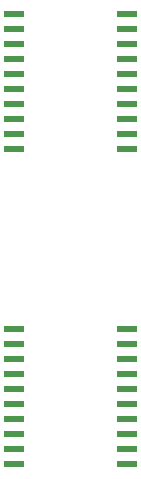
<source format=gbp>
G04 #@! TF.GenerationSoftware,KiCad,Pcbnew,8.0.1*
G04 #@! TF.CreationDate,2024-03-30T15:42:24-03:00*
G04 #@! TF.ProjectId,Sombrero_MSX_Goa'uld,536f6d62-7265-4726-9f5f-4d53585f476f,rev?*
G04 #@! TF.SameCoordinates,Original*
G04 #@! TF.FileFunction,Paste,Bot*
G04 #@! TF.FilePolarity,Positive*
%FSLAX46Y46*%
G04 Gerber Fmt 4.6, Leading zero omitted, Abs format (unit mm)*
G04 Created by KiCad (PCBNEW 8.0.1) date 2024-03-30 15:42:24*
%MOMM*%
%LPD*%
G01*
G04 APERTURE LIST*
%ADD10R,1.803400X0.533400*%
G04 APERTURE END LIST*
D10*
X202895200Y-83185000D03*
X202895200Y-84455000D03*
X202895200Y-85725000D03*
X202895200Y-86995000D03*
X202895200Y-88265000D03*
X202895200Y-89535000D03*
X202895200Y-90805000D03*
X202895200Y-92075000D03*
X202895200Y-93345000D03*
X202895200Y-94615000D03*
X193344800Y-94615000D03*
X193344800Y-93345000D03*
X193344800Y-92075000D03*
X193344800Y-90805000D03*
X193344800Y-89535000D03*
X193344800Y-88265000D03*
X193344800Y-86995000D03*
X193344800Y-85725000D03*
X193344800Y-84455000D03*
X193344800Y-83185000D03*
X193344800Y-121285000D03*
X193344800Y-120015000D03*
X193344800Y-118745000D03*
X193344800Y-117475000D03*
X193344800Y-116205000D03*
X193344800Y-114935000D03*
X193344800Y-113665000D03*
X193344800Y-112395000D03*
X193344800Y-111125000D03*
X193344800Y-109855000D03*
X202895200Y-109855000D03*
X202895200Y-111125000D03*
X202895200Y-112395000D03*
X202895200Y-113665000D03*
X202895200Y-114935000D03*
X202895200Y-116205000D03*
X202895200Y-117475000D03*
X202895200Y-118745000D03*
X202895200Y-120015000D03*
X202895200Y-121285000D03*
M02*

</source>
